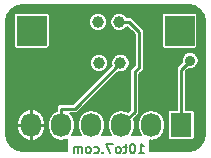
<source format=gbl>
%FSLAX34Y34*%
G04 Gerber Fmt 3.4, Leading zero omitted, Abs format*
G04 (created by PCBNEW (2014-03-19 BZR 4756)-product) date Wed 11 Jun 2014 22:21:39 BST*
%MOIN*%
G01*
G70*
G90*
G04 APERTURE LIST*
%ADD10C,0.005906*%
%ADD11C,0.007874*%
%ADD12C,0.039370*%
%ADD13R,0.068000X0.080000*%
%ADD14O,0.068000X0.080000*%
%ADD15R,0.098425X0.098425*%
%ADD16C,0.035000*%
%ADD17C,0.010000*%
%ADD18C,0.007087*%
G04 APERTURE END LIST*
G54D10*
G54D11*
X56989Y-61559D02*
X57169Y-61559D01*
X57079Y-61559D02*
X57079Y-61244D01*
X57109Y-61289D01*
X57139Y-61319D01*
X57169Y-61334D01*
X56794Y-61244D02*
X56764Y-61244D01*
X56734Y-61259D01*
X56719Y-61274D01*
X56704Y-61304D01*
X56689Y-61364D01*
X56689Y-61439D01*
X56704Y-61499D01*
X56719Y-61529D01*
X56734Y-61544D01*
X56764Y-61559D01*
X56794Y-61559D01*
X56824Y-61544D01*
X56839Y-61529D01*
X56854Y-61499D01*
X56869Y-61439D01*
X56869Y-61364D01*
X56854Y-61304D01*
X56839Y-61274D01*
X56824Y-61259D01*
X56794Y-61244D01*
X56599Y-61349D02*
X56479Y-61349D01*
X56554Y-61244D02*
X56554Y-61514D01*
X56539Y-61544D01*
X56509Y-61559D01*
X56479Y-61559D01*
X56329Y-61559D02*
X56359Y-61544D01*
X56374Y-61529D01*
X56389Y-61499D01*
X56389Y-61409D01*
X56374Y-61379D01*
X56359Y-61364D01*
X56329Y-61349D01*
X56284Y-61349D01*
X56254Y-61364D01*
X56239Y-61379D01*
X56224Y-61409D01*
X56224Y-61499D01*
X56239Y-61529D01*
X56254Y-61544D01*
X56284Y-61559D01*
X56329Y-61559D01*
X56119Y-61244D02*
X55909Y-61244D01*
X56044Y-61559D01*
X55789Y-61529D02*
X55774Y-61544D01*
X55789Y-61559D01*
X55804Y-61544D01*
X55789Y-61529D01*
X55789Y-61559D01*
X55504Y-61544D02*
X55534Y-61559D01*
X55594Y-61559D01*
X55624Y-61544D01*
X55639Y-61529D01*
X55654Y-61499D01*
X55654Y-61409D01*
X55639Y-61379D01*
X55624Y-61364D01*
X55594Y-61349D01*
X55534Y-61349D01*
X55504Y-61364D01*
X55324Y-61559D02*
X55354Y-61544D01*
X55369Y-61529D01*
X55384Y-61499D01*
X55384Y-61409D01*
X55369Y-61379D01*
X55354Y-61364D01*
X55324Y-61349D01*
X55279Y-61349D01*
X55249Y-61364D01*
X55234Y-61379D01*
X55219Y-61409D01*
X55219Y-61499D01*
X55234Y-61529D01*
X55249Y-61544D01*
X55279Y-61559D01*
X55324Y-61559D01*
X55084Y-61559D02*
X55084Y-61349D01*
X55084Y-61379D02*
X55069Y-61364D01*
X55039Y-61349D01*
X54994Y-61349D01*
X54964Y-61364D01*
X54949Y-61394D01*
X54949Y-61559D01*
X54949Y-61394D02*
X54934Y-61364D01*
X54904Y-61349D01*
X54859Y-61349D01*
X54829Y-61364D01*
X54814Y-61394D01*
X54814Y-61559D01*
G54D12*
X55629Y-57185D03*
X56338Y-57185D03*
X55669Y-58562D03*
X56377Y-58562D03*
G54D13*
X58405Y-60629D03*
G54D14*
X57405Y-60629D03*
X56405Y-60629D03*
X55405Y-60629D03*
X54405Y-60629D03*
X53405Y-60629D03*
G54D15*
X58346Y-57480D03*
X53425Y-57480D03*
G54D16*
X58701Y-58479D03*
G54D17*
X58405Y-58775D02*
X58405Y-60629D01*
X58701Y-58479D02*
X58405Y-58775D01*
X56338Y-57185D02*
X56673Y-57185D01*
X56850Y-60185D02*
X56405Y-60629D01*
X56850Y-58858D02*
X56850Y-60185D01*
X57007Y-58700D02*
X56850Y-58858D01*
X57007Y-57519D02*
X57007Y-58700D01*
X56673Y-57185D02*
X57007Y-57519D01*
X54861Y-60079D02*
X54405Y-60079D01*
X56377Y-58562D02*
X54861Y-60079D01*
X54405Y-60629D02*
X54405Y-60079D01*
G54D10*
G36*
X59204Y-60912D02*
X59159Y-61139D01*
X59038Y-61321D01*
X58983Y-61358D01*
X58983Y-58423D01*
X58944Y-58330D01*
X58944Y-57993D01*
X58944Y-57951D01*
X58944Y-56967D01*
X58928Y-56927D01*
X58898Y-56898D01*
X58859Y-56881D01*
X58817Y-56881D01*
X57833Y-56881D01*
X57794Y-56898D01*
X57764Y-56927D01*
X57748Y-56967D01*
X57748Y-57009D01*
X57748Y-57993D01*
X57764Y-58032D01*
X57794Y-58062D01*
X57833Y-58078D01*
X57875Y-58078D01*
X58859Y-58078D01*
X58898Y-58062D01*
X58928Y-58032D01*
X58944Y-57993D01*
X58944Y-58330D01*
X58940Y-58319D01*
X58861Y-58240D01*
X58758Y-58197D01*
X58646Y-58197D01*
X58542Y-58240D01*
X58463Y-58319D01*
X58420Y-58422D01*
X58420Y-58534D01*
X58421Y-58538D01*
X58294Y-58664D01*
X58261Y-58715D01*
X58249Y-58775D01*
X58249Y-60123D01*
X58044Y-60123D01*
X58005Y-60139D01*
X57975Y-60169D01*
X57959Y-60208D01*
X57959Y-60251D01*
X57959Y-61051D01*
X57975Y-61090D01*
X58005Y-61120D01*
X58044Y-61136D01*
X58086Y-61136D01*
X58766Y-61136D01*
X58805Y-61120D01*
X58835Y-61090D01*
X58851Y-61051D01*
X58851Y-61008D01*
X58851Y-60208D01*
X58835Y-60169D01*
X58805Y-60139D01*
X58766Y-60123D01*
X58724Y-60123D01*
X58561Y-60123D01*
X58561Y-58840D01*
X58642Y-58759D01*
X58645Y-58760D01*
X58757Y-58760D01*
X58861Y-58717D01*
X58940Y-58638D01*
X58983Y-58535D01*
X58983Y-58423D01*
X58983Y-61358D01*
X58856Y-61443D01*
X58629Y-61488D01*
X57374Y-61488D01*
X57374Y-61140D01*
X57405Y-61146D01*
X57576Y-61112D01*
X57721Y-61015D01*
X57817Y-60870D01*
X57851Y-60699D01*
X57851Y-60560D01*
X57817Y-60389D01*
X57721Y-60244D01*
X57576Y-60147D01*
X57405Y-60113D01*
X57234Y-60147D01*
X57089Y-60244D01*
X56993Y-60389D01*
X56959Y-60560D01*
X56959Y-60699D01*
X56993Y-60870D01*
X57061Y-60972D01*
X56749Y-60972D01*
X56817Y-60870D01*
X56851Y-60699D01*
X56851Y-60560D01*
X56826Y-60430D01*
X56960Y-60295D01*
X56960Y-60295D01*
X56994Y-60244D01*
X56994Y-60244D01*
X56996Y-60234D01*
X57006Y-60185D01*
X57006Y-60185D01*
X57006Y-58923D01*
X57118Y-58811D01*
X57118Y-58811D01*
X57152Y-58760D01*
X57152Y-58760D01*
X57154Y-58750D01*
X57164Y-58700D01*
X57164Y-58700D01*
X57164Y-57519D01*
X57152Y-57459D01*
X57118Y-57409D01*
X56783Y-57074D01*
X56733Y-57040D01*
X56673Y-57028D01*
X56602Y-57028D01*
X56595Y-57013D01*
X56510Y-56928D01*
X56399Y-56881D01*
X56278Y-56881D01*
X56167Y-56927D01*
X56081Y-57013D01*
X56035Y-57124D01*
X56035Y-57245D01*
X56081Y-57356D01*
X56166Y-57441D01*
X56278Y-57488D01*
X56398Y-57488D01*
X56510Y-57442D01*
X56595Y-57356D01*
X56601Y-57341D01*
X56608Y-57341D01*
X56851Y-57584D01*
X56851Y-58636D01*
X56739Y-58747D01*
X56705Y-58798D01*
X56694Y-58858D01*
X56694Y-60120D01*
X56630Y-60183D01*
X56576Y-60147D01*
X56405Y-60113D01*
X56234Y-60147D01*
X56089Y-60244D01*
X55993Y-60389D01*
X55959Y-60560D01*
X55959Y-60699D01*
X55993Y-60870D01*
X56061Y-60972D01*
X55749Y-60972D01*
X55817Y-60870D01*
X55851Y-60699D01*
X55851Y-60560D01*
X55817Y-60389D01*
X55721Y-60244D01*
X55576Y-60147D01*
X55405Y-60113D01*
X55234Y-60147D01*
X55089Y-60244D01*
X54993Y-60389D01*
X54959Y-60560D01*
X54959Y-60699D01*
X54993Y-60870D01*
X55061Y-60972D01*
X54749Y-60972D01*
X54817Y-60870D01*
X54851Y-60699D01*
X54851Y-60560D01*
X54817Y-60389D01*
X54721Y-60244D01*
X54708Y-60236D01*
X54861Y-60236D01*
X54861Y-60236D01*
X54920Y-60224D01*
X54971Y-60190D01*
X56302Y-58859D01*
X56317Y-58866D01*
X56437Y-58866D01*
X56549Y-58820D01*
X56634Y-58734D01*
X56681Y-58623D01*
X56681Y-58502D01*
X56635Y-58391D01*
X56549Y-58306D01*
X56438Y-58259D01*
X56317Y-58259D01*
X56206Y-58305D01*
X56121Y-58391D01*
X56074Y-58502D01*
X56074Y-58623D01*
X56081Y-58638D01*
X55972Y-58747D01*
X55972Y-58502D01*
X55933Y-58407D01*
X55933Y-57125D01*
X55887Y-57013D01*
X55801Y-56928D01*
X55690Y-56881D01*
X55569Y-56881D01*
X55458Y-56927D01*
X55373Y-57013D01*
X55326Y-57124D01*
X55326Y-57245D01*
X55372Y-57356D01*
X55457Y-57441D01*
X55569Y-57488D01*
X55689Y-57488D01*
X55801Y-57442D01*
X55886Y-57356D01*
X55933Y-57245D01*
X55933Y-57125D01*
X55933Y-58407D01*
X55926Y-58391D01*
X55841Y-58306D01*
X55729Y-58259D01*
X55609Y-58259D01*
X55497Y-58305D01*
X55412Y-58391D01*
X55366Y-58502D01*
X55366Y-58623D01*
X55412Y-58734D01*
X55497Y-58819D01*
X55608Y-58866D01*
X55729Y-58866D01*
X55840Y-58820D01*
X55926Y-58734D01*
X55972Y-58623D01*
X55972Y-58502D01*
X55972Y-58747D01*
X54796Y-59923D01*
X54405Y-59923D01*
X54345Y-59935D01*
X54294Y-59969D01*
X54261Y-60019D01*
X54249Y-60079D01*
X54249Y-60144D01*
X54234Y-60147D01*
X54089Y-60244D01*
X54023Y-60343D01*
X54023Y-57993D01*
X54023Y-57951D01*
X54023Y-56967D01*
X54007Y-56927D01*
X53977Y-56898D01*
X53938Y-56881D01*
X53896Y-56881D01*
X52911Y-56881D01*
X52872Y-56898D01*
X52842Y-56927D01*
X52826Y-56967D01*
X52826Y-57009D01*
X52826Y-57993D01*
X52842Y-58032D01*
X52872Y-58062D01*
X52911Y-58078D01*
X52954Y-58078D01*
X53938Y-58078D01*
X53977Y-58062D01*
X54007Y-58032D01*
X54023Y-57993D01*
X54023Y-60343D01*
X53993Y-60389D01*
X53959Y-60560D01*
X53959Y-60699D01*
X53993Y-60870D01*
X54089Y-61015D01*
X54234Y-61112D01*
X54405Y-61146D01*
X54576Y-61112D01*
X54593Y-61100D01*
X54593Y-61488D01*
X53879Y-61488D01*
X53879Y-60703D01*
X53879Y-60643D01*
X53879Y-60616D01*
X53879Y-60556D01*
X53838Y-60375D01*
X53730Y-60225D01*
X53574Y-60126D01*
X53493Y-60104D01*
X53419Y-60129D01*
X53419Y-60616D01*
X53879Y-60616D01*
X53879Y-60643D01*
X53419Y-60643D01*
X53419Y-61130D01*
X53493Y-61155D01*
X53574Y-61132D01*
X53730Y-61034D01*
X53838Y-60883D01*
X53879Y-60703D01*
X53879Y-61488D01*
X53391Y-61488D01*
X53391Y-61130D01*
X53391Y-60643D01*
X53391Y-60616D01*
X53391Y-60129D01*
X53317Y-60104D01*
X53236Y-60126D01*
X53080Y-60225D01*
X52972Y-60375D01*
X52931Y-60556D01*
X52931Y-60616D01*
X53391Y-60616D01*
X53391Y-60643D01*
X52931Y-60643D01*
X52931Y-60703D01*
X52972Y-60883D01*
X53080Y-61034D01*
X53236Y-61132D01*
X53317Y-61155D01*
X53391Y-61130D01*
X53391Y-61488D01*
X53142Y-61488D01*
X52915Y-61443D01*
X52733Y-61321D01*
X52612Y-61139D01*
X52566Y-60912D01*
X52566Y-57197D01*
X52612Y-56970D01*
X52733Y-56788D01*
X52915Y-56667D01*
X53142Y-56622D01*
X58629Y-56622D01*
X58856Y-56667D01*
X59038Y-56788D01*
X59159Y-56970D01*
X59204Y-57197D01*
X59204Y-60912D01*
X59204Y-60912D01*
G37*
G54D18*
X59204Y-60912D02*
X59159Y-61139D01*
X59038Y-61321D01*
X58983Y-61358D01*
X58983Y-58423D01*
X58944Y-58330D01*
X58944Y-57993D01*
X58944Y-57951D01*
X58944Y-56967D01*
X58928Y-56927D01*
X58898Y-56898D01*
X58859Y-56881D01*
X58817Y-56881D01*
X57833Y-56881D01*
X57794Y-56898D01*
X57764Y-56927D01*
X57748Y-56967D01*
X57748Y-57009D01*
X57748Y-57993D01*
X57764Y-58032D01*
X57794Y-58062D01*
X57833Y-58078D01*
X57875Y-58078D01*
X58859Y-58078D01*
X58898Y-58062D01*
X58928Y-58032D01*
X58944Y-57993D01*
X58944Y-58330D01*
X58940Y-58319D01*
X58861Y-58240D01*
X58758Y-58197D01*
X58646Y-58197D01*
X58542Y-58240D01*
X58463Y-58319D01*
X58420Y-58422D01*
X58420Y-58534D01*
X58421Y-58538D01*
X58294Y-58664D01*
X58261Y-58715D01*
X58249Y-58775D01*
X58249Y-60123D01*
X58044Y-60123D01*
X58005Y-60139D01*
X57975Y-60169D01*
X57959Y-60208D01*
X57959Y-60251D01*
X57959Y-61051D01*
X57975Y-61090D01*
X58005Y-61120D01*
X58044Y-61136D01*
X58086Y-61136D01*
X58766Y-61136D01*
X58805Y-61120D01*
X58835Y-61090D01*
X58851Y-61051D01*
X58851Y-61008D01*
X58851Y-60208D01*
X58835Y-60169D01*
X58805Y-60139D01*
X58766Y-60123D01*
X58724Y-60123D01*
X58561Y-60123D01*
X58561Y-58840D01*
X58642Y-58759D01*
X58645Y-58760D01*
X58757Y-58760D01*
X58861Y-58717D01*
X58940Y-58638D01*
X58983Y-58535D01*
X58983Y-58423D01*
X58983Y-61358D01*
X58856Y-61443D01*
X58629Y-61488D01*
X57374Y-61488D01*
X57374Y-61140D01*
X57405Y-61146D01*
X57576Y-61112D01*
X57721Y-61015D01*
X57817Y-60870D01*
X57851Y-60699D01*
X57851Y-60560D01*
X57817Y-60389D01*
X57721Y-60244D01*
X57576Y-60147D01*
X57405Y-60113D01*
X57234Y-60147D01*
X57089Y-60244D01*
X56993Y-60389D01*
X56959Y-60560D01*
X56959Y-60699D01*
X56993Y-60870D01*
X57061Y-60972D01*
X56749Y-60972D01*
X56817Y-60870D01*
X56851Y-60699D01*
X56851Y-60560D01*
X56826Y-60430D01*
X56960Y-60295D01*
X56960Y-60295D01*
X56994Y-60244D01*
X56994Y-60244D01*
X56996Y-60234D01*
X57006Y-60185D01*
X57006Y-60185D01*
X57006Y-58923D01*
X57118Y-58811D01*
X57118Y-58811D01*
X57152Y-58760D01*
X57152Y-58760D01*
X57154Y-58750D01*
X57164Y-58700D01*
X57164Y-58700D01*
X57164Y-57519D01*
X57152Y-57459D01*
X57118Y-57409D01*
X56783Y-57074D01*
X56733Y-57040D01*
X56673Y-57028D01*
X56602Y-57028D01*
X56595Y-57013D01*
X56510Y-56928D01*
X56399Y-56881D01*
X56278Y-56881D01*
X56167Y-56927D01*
X56081Y-57013D01*
X56035Y-57124D01*
X56035Y-57245D01*
X56081Y-57356D01*
X56166Y-57441D01*
X56278Y-57488D01*
X56398Y-57488D01*
X56510Y-57442D01*
X56595Y-57356D01*
X56601Y-57341D01*
X56608Y-57341D01*
X56851Y-57584D01*
X56851Y-58636D01*
X56739Y-58747D01*
X56705Y-58798D01*
X56694Y-58858D01*
X56694Y-60120D01*
X56630Y-60183D01*
X56576Y-60147D01*
X56405Y-60113D01*
X56234Y-60147D01*
X56089Y-60244D01*
X55993Y-60389D01*
X55959Y-60560D01*
X55959Y-60699D01*
X55993Y-60870D01*
X56061Y-60972D01*
X55749Y-60972D01*
X55817Y-60870D01*
X55851Y-60699D01*
X55851Y-60560D01*
X55817Y-60389D01*
X55721Y-60244D01*
X55576Y-60147D01*
X55405Y-60113D01*
X55234Y-60147D01*
X55089Y-60244D01*
X54993Y-60389D01*
X54959Y-60560D01*
X54959Y-60699D01*
X54993Y-60870D01*
X55061Y-60972D01*
X54749Y-60972D01*
X54817Y-60870D01*
X54851Y-60699D01*
X54851Y-60560D01*
X54817Y-60389D01*
X54721Y-60244D01*
X54708Y-60236D01*
X54861Y-60236D01*
X54861Y-60236D01*
X54920Y-60224D01*
X54971Y-60190D01*
X56302Y-58859D01*
X56317Y-58866D01*
X56437Y-58866D01*
X56549Y-58820D01*
X56634Y-58734D01*
X56681Y-58623D01*
X56681Y-58502D01*
X56635Y-58391D01*
X56549Y-58306D01*
X56438Y-58259D01*
X56317Y-58259D01*
X56206Y-58305D01*
X56121Y-58391D01*
X56074Y-58502D01*
X56074Y-58623D01*
X56081Y-58638D01*
X55972Y-58747D01*
X55972Y-58502D01*
X55933Y-58407D01*
X55933Y-57125D01*
X55887Y-57013D01*
X55801Y-56928D01*
X55690Y-56881D01*
X55569Y-56881D01*
X55458Y-56927D01*
X55373Y-57013D01*
X55326Y-57124D01*
X55326Y-57245D01*
X55372Y-57356D01*
X55457Y-57441D01*
X55569Y-57488D01*
X55689Y-57488D01*
X55801Y-57442D01*
X55886Y-57356D01*
X55933Y-57245D01*
X55933Y-57125D01*
X55933Y-58407D01*
X55926Y-58391D01*
X55841Y-58306D01*
X55729Y-58259D01*
X55609Y-58259D01*
X55497Y-58305D01*
X55412Y-58391D01*
X55366Y-58502D01*
X55366Y-58623D01*
X55412Y-58734D01*
X55497Y-58819D01*
X55608Y-58866D01*
X55729Y-58866D01*
X55840Y-58820D01*
X55926Y-58734D01*
X55972Y-58623D01*
X55972Y-58502D01*
X55972Y-58747D01*
X54796Y-59923D01*
X54405Y-59923D01*
X54345Y-59935D01*
X54294Y-59969D01*
X54261Y-60019D01*
X54249Y-60079D01*
X54249Y-60144D01*
X54234Y-60147D01*
X54089Y-60244D01*
X54023Y-60343D01*
X54023Y-57993D01*
X54023Y-57951D01*
X54023Y-56967D01*
X54007Y-56927D01*
X53977Y-56898D01*
X53938Y-56881D01*
X53896Y-56881D01*
X52911Y-56881D01*
X52872Y-56898D01*
X52842Y-56927D01*
X52826Y-56967D01*
X52826Y-57009D01*
X52826Y-57993D01*
X52842Y-58032D01*
X52872Y-58062D01*
X52911Y-58078D01*
X52954Y-58078D01*
X53938Y-58078D01*
X53977Y-58062D01*
X54007Y-58032D01*
X54023Y-57993D01*
X54023Y-60343D01*
X53993Y-60389D01*
X53959Y-60560D01*
X53959Y-60699D01*
X53993Y-60870D01*
X54089Y-61015D01*
X54234Y-61112D01*
X54405Y-61146D01*
X54576Y-61112D01*
X54593Y-61100D01*
X54593Y-61488D01*
X53879Y-61488D01*
X53879Y-60703D01*
X53879Y-60643D01*
X53879Y-60616D01*
X53879Y-60556D01*
X53838Y-60375D01*
X53730Y-60225D01*
X53574Y-60126D01*
X53493Y-60104D01*
X53419Y-60129D01*
X53419Y-60616D01*
X53879Y-60616D01*
X53879Y-60643D01*
X53419Y-60643D01*
X53419Y-61130D01*
X53493Y-61155D01*
X53574Y-61132D01*
X53730Y-61034D01*
X53838Y-60883D01*
X53879Y-60703D01*
X53879Y-61488D01*
X53391Y-61488D01*
X53391Y-61130D01*
X53391Y-60643D01*
X53391Y-60616D01*
X53391Y-60129D01*
X53317Y-60104D01*
X53236Y-60126D01*
X53080Y-60225D01*
X52972Y-60375D01*
X52931Y-60556D01*
X52931Y-60616D01*
X53391Y-60616D01*
X53391Y-60643D01*
X52931Y-60643D01*
X52931Y-60703D01*
X52972Y-60883D01*
X53080Y-61034D01*
X53236Y-61132D01*
X53317Y-61155D01*
X53391Y-61130D01*
X53391Y-61488D01*
X53142Y-61488D01*
X52915Y-61443D01*
X52733Y-61321D01*
X52612Y-61139D01*
X52566Y-60912D01*
X52566Y-57197D01*
X52612Y-56970D01*
X52733Y-56788D01*
X52915Y-56667D01*
X53142Y-56622D01*
X58629Y-56622D01*
X58856Y-56667D01*
X59038Y-56788D01*
X59159Y-56970D01*
X59204Y-57197D01*
X59204Y-60912D01*
M02*

</source>
